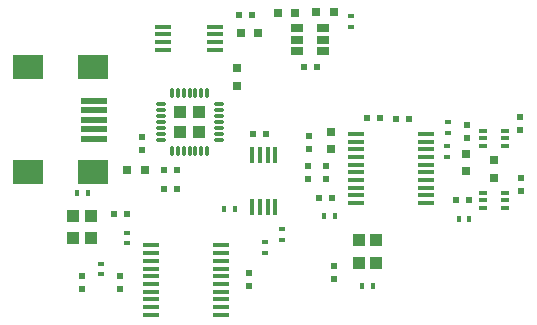
<source format=gtp>
G04 #@! TF.FileFunction,Paste,Top*
%FSLAX46Y46*%
G04 Gerber Fmt 4.6, Leading zero omitted, Abs format (unit mm)*
G04 Created by KiCad (PCBNEW (after 2015-mar-04 BZR unknown)-product) date Wed 22 Apr 2015 11:16:48 PM EDT*
%MOMM*%
G01*
G04 APERTURE LIST*
%ADD10C,0.100000*%
%ADD11R,2.301240X0.500380*%
%ADD12R,2.499360X1.998980*%
%ADD13R,0.750000X0.800000*%
%ADD14R,0.800000X0.750000*%
%ADD15R,0.600000X0.500000*%
%ADD16R,0.500000X0.600000*%
%ADD17R,0.400000X0.600000*%
%ADD18R,0.600000X0.400000*%
%ADD19R,1.000000X1.100000*%
%ADD20R,1.450000X0.450000*%
%ADD21O,0.850000X0.300000*%
%ADD22O,0.300000X0.850000*%
%ADD23R,1.005000X1.005000*%
%ADD24R,1.060000X0.650000*%
%ADD25R,0.450000X1.450000*%
%ADD26R,0.749300X0.398780*%
G04 APERTURE END LIST*
D10*
D11*
X98889820Y-65659000D03*
X98889820Y-66459100D03*
X98889820Y-67259200D03*
X98889820Y-68059300D03*
X98889820Y-68859400D03*
D12*
X98790760Y-62809120D03*
X93291660Y-62809120D03*
X98790760Y-71709280D03*
X93291660Y-71709280D03*
D13*
X111053880Y-62882080D03*
X111053880Y-64382080D03*
D14*
X111340200Y-59938920D03*
X112840200Y-59938920D03*
D15*
X111210000Y-58379360D03*
X112310000Y-58379360D03*
X100628360Y-75224640D03*
X101728360Y-75224640D03*
D16*
X97886520Y-80501400D03*
X97886520Y-81601400D03*
X101155500Y-80478540D03*
X101155500Y-81578540D03*
X112029240Y-80237240D03*
X112029240Y-81337240D03*
D15*
X104880320Y-73075800D03*
X105980320Y-73075800D03*
X104880320Y-71521320D03*
X105980320Y-71521320D03*
D14*
X101744080Y-71526400D03*
X103244080Y-71526400D03*
D16*
X102946200Y-68715800D03*
X102946200Y-69815800D03*
D17*
X98382240Y-73472040D03*
X97482240Y-73472040D03*
D18*
X101742240Y-77706640D03*
X101742240Y-76806640D03*
X99522280Y-80345700D03*
X99522280Y-79445700D03*
X113375440Y-77616900D03*
X113375440Y-78516900D03*
D19*
X97179700Y-75354140D03*
X97179700Y-77254140D03*
X98679700Y-77254140D03*
X98679700Y-75354140D03*
D20*
X109144160Y-61325400D03*
X109144160Y-60675400D03*
X109144160Y-60025400D03*
X109144160Y-59375400D03*
X104744160Y-59375400D03*
X104744160Y-60025400D03*
X104744160Y-60675400D03*
X104744160Y-61325400D03*
X103743057Y-77890400D03*
X103743057Y-78540400D03*
X103743057Y-79190400D03*
X103743057Y-79840400D03*
X103743057Y-80490400D03*
X103743057Y-81140400D03*
X103743057Y-81790400D03*
X103743057Y-82440400D03*
X103743057Y-83090400D03*
X103743057Y-83740400D03*
X109643057Y-83740400D03*
X109643057Y-83090400D03*
X109643057Y-82440400D03*
X109643057Y-81790400D03*
X109643057Y-81140400D03*
X109643057Y-80490400D03*
X109643057Y-79840400D03*
X109643057Y-79190400D03*
X109643057Y-78540400D03*
X109643057Y-77890400D03*
D21*
X104560200Y-65919220D03*
X104560200Y-66419220D03*
X104560200Y-66919220D03*
X104560200Y-67419220D03*
X104560200Y-67919220D03*
X104560200Y-68419220D03*
X104560200Y-68919220D03*
D22*
X105510200Y-69869220D03*
X106010200Y-69869220D03*
X106510200Y-69869220D03*
X107010200Y-69869220D03*
X107510200Y-69869220D03*
X108010200Y-69869220D03*
X108510200Y-69869220D03*
D21*
X109460200Y-68919220D03*
X109460200Y-68419220D03*
X109460200Y-67919220D03*
X109460200Y-67419220D03*
X109460200Y-66919220D03*
X109460200Y-66419220D03*
X109460200Y-65919220D03*
D22*
X108510200Y-64969220D03*
X108010200Y-64969220D03*
X107510200Y-64969220D03*
X107010200Y-64969220D03*
X106510200Y-64969220D03*
X106010200Y-64969220D03*
X105510200Y-64969220D03*
D23*
X107847700Y-68256720D03*
X107847700Y-66581720D03*
X106172700Y-68256720D03*
X106172700Y-66581720D03*
D14*
X115972020Y-58163460D03*
X114472020Y-58163460D03*
X117710520Y-58110120D03*
X119210520Y-58110120D03*
D15*
X116696400Y-62788800D03*
X117796400Y-62788800D03*
D16*
X119217440Y-79592080D03*
X119217440Y-80692080D03*
D15*
X112413960Y-68465700D03*
X113513960Y-68465700D03*
X119033380Y-73827640D03*
X117933380Y-73827640D03*
D16*
X117063520Y-71159280D03*
X117063520Y-72259280D03*
D13*
X119000000Y-69750000D03*
X119000000Y-68250000D03*
D16*
X118567200Y-71138960D03*
X118567200Y-72238960D03*
X117134640Y-69691340D03*
X117134640Y-68591340D03*
D15*
X122025320Y-67101720D03*
X123125320Y-67101720D03*
X124524680Y-67147440D03*
X125624680Y-67147440D03*
D16*
X130469640Y-68764240D03*
X130469640Y-67664240D03*
D13*
X130423920Y-70116000D03*
X130423920Y-71616000D03*
D15*
X130646260Y-74058780D03*
X129546260Y-74058780D03*
D13*
X132770880Y-72164640D03*
X132770880Y-70664640D03*
D16*
X134988300Y-68101300D03*
X134988300Y-67001300D03*
X135087360Y-73305760D03*
X135087360Y-72205760D03*
D17*
X121632560Y-81340960D03*
X122532560Y-81340960D03*
D18*
X120716040Y-58483080D03*
X120716040Y-59383080D03*
X114861340Y-77396760D03*
X114861340Y-76496760D03*
D17*
X109963800Y-74767440D03*
X110863800Y-74767440D03*
X119288980Y-75359260D03*
X118388980Y-75359260D03*
D18*
X128869440Y-68344200D03*
X128869440Y-67444200D03*
X128838960Y-69493980D03*
X128838960Y-70393980D03*
D17*
X130706280Y-75666600D03*
X129806280Y-75666600D03*
D19*
X122819860Y-79349640D03*
X122819860Y-77449640D03*
X121319860Y-77449640D03*
X121319860Y-79349640D03*
D24*
X116133700Y-59514700D03*
X116133700Y-60464700D03*
X116133700Y-61414700D03*
X118333700Y-61414700D03*
X118333700Y-59514700D03*
X118333700Y-60464700D03*
D25*
X112334400Y-74628100D03*
X112984400Y-74628100D03*
X113634400Y-74628100D03*
X114284400Y-74628100D03*
X114284400Y-70228100D03*
X113634400Y-70228100D03*
X112984400Y-70228100D03*
X112334400Y-70228100D03*
D20*
X121103600Y-68436300D03*
X121103600Y-69086300D03*
X121103600Y-69736300D03*
X121103600Y-70386300D03*
X121103600Y-71036300D03*
X121103600Y-71686300D03*
X121103600Y-72336300D03*
X121103600Y-72986300D03*
X121103600Y-73636300D03*
X121103600Y-74286300D03*
X127003600Y-74286300D03*
X127003600Y-73636300D03*
X127003600Y-72986300D03*
X127003600Y-72336300D03*
X127003600Y-71686300D03*
X127003600Y-71036300D03*
X127003600Y-70386300D03*
X127003600Y-69736300D03*
X127003600Y-69086300D03*
X127003600Y-68436300D03*
D26*
X131828540Y-68158360D03*
X131828540Y-68808600D03*
X131828540Y-69458840D03*
X133728460Y-69458840D03*
X133728460Y-68808600D03*
X133728460Y-68158360D03*
X131828540Y-73416160D03*
X131828540Y-74066400D03*
X131828540Y-74716640D03*
X133728460Y-74716640D03*
X133728460Y-74066400D03*
X133728460Y-73416160D03*
M02*

</source>
